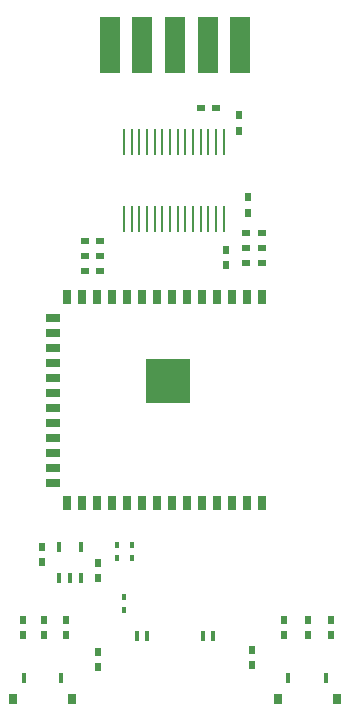
<source format=gbr>
G04 DipTrace 5.1.0.3*
G04 TopPaste.gbr*
%MOIN*%
G04 #@! TF.FileFunction,Paste,Top*
G04 #@! TF.Part,Single*
%ADD55R,0.007874X0.090551*%
%ADD57R,0.149606X0.149606*%
%ADD59R,0.051181X0.027559*%
%ADD61R,0.027559X0.051181*%
%ADD67R,0.031496X0.035433*%
%ADD69R,0.015748X0.035433*%
%ADD73R,0.070866X0.188976*%
%ADD91R,0.015748X0.037008*%
%ADD93R,0.003937X0.037008*%
%ADD95R,0.015748X0.023622*%
%ADD97R,0.027559X0.019685*%
%ADD99R,0.019685X0.027559*%
%FSLAX26Y26*%
G04*
G70*
G90*
G75*
G01*
G04 TopPaste*
%LPD*%
D99*
X1193701Y2374950D3*
Y2323769D3*
X1224951Y2049950D3*
Y2101131D3*
D97*
X1218702Y1931201D3*
X1269883D3*
X1219293Y1981790D3*
X1270474D3*
X1118701Y2399950D3*
X1067520D3*
X1218701Y1881201D3*
X1269882D3*
D99*
X724951Y831201D3*
Y882382D3*
X537451Y937450D3*
Y886269D3*
D95*
X837451Y943699D3*
Y900392D3*
X787451Y943699D3*
Y900392D3*
X812450Y724950D3*
Y768257D3*
D99*
X1424950Y643109D3*
Y694290D3*
X543701Y643110D3*
Y694291D3*
D93*
X912444Y638189D3*
X932129D3*
X951814D3*
X971499D3*
X991184D3*
X1010869D3*
X1030554D3*
X1050239D3*
D91*
X1075829D3*
X1107325D3*
X855357D3*
X886853D3*
D73*
X1199311Y2608688D3*
X1090256D3*
X981201D3*
X872146D3*
X763091D3*
D99*
X724941Y587450D3*
Y536269D3*
X1237451Y593699D3*
Y542518D3*
X618701Y694290D3*
Y643109D3*
X1343701D3*
Y694290D3*
X474950Y643110D3*
Y694291D3*
X1499951Y694290D3*
Y643109D3*
X1149951Y1874950D3*
Y1926131D3*
D97*
X731201Y1956199D3*
X680020D3*
X731201Y1906201D3*
X680020D3*
X731201Y1856199D3*
X680020D3*
D69*
X602933Y499950D3*
X476949D3*
D67*
X638366Y431052D3*
X441516D3*
D69*
X1485453Y499950D3*
X1359469D3*
D67*
X1520886Y431052D3*
X1324035D3*
D61*
X1271575Y1770538D3*
X1221575D3*
X1171575D3*
X1121575D3*
X1071575D3*
X1021575D3*
X971575D3*
X921575D3*
X871575D3*
X821575D3*
X771575D3*
X721575D3*
X671575D3*
X621575D3*
D59*
X573822Y1700723D3*
Y1650723D3*
Y1600723D3*
Y1550723D3*
Y1500723D3*
Y1450723D3*
Y1400723D3*
Y1350723D3*
Y1300723D3*
Y1250723D3*
D61*
X621614Y1081562D3*
X671614D3*
X721614D3*
X771614D3*
X821614D3*
X871614D3*
X921614D3*
X971614D3*
X1021614D3*
X1071614D3*
X1121614D3*
X1171614D3*
X1221614D3*
X1271614D3*
D57*
X959094Y1488570D3*
D59*
X573822Y1200723D3*
Y1150723D3*
D55*
X1143701Y2287450D3*
X1118110Y2287430D3*
X1092520Y2287434D3*
X1066929D3*
X1041339D3*
X1015748D3*
X990157D3*
X964567D3*
X938976D3*
X913386D3*
X887795D3*
X862205D3*
X836614D3*
X811024D3*
Y2028962D3*
X836614Y2028970D3*
X862205D3*
X887795D3*
X913386D3*
X938976D3*
X964567D3*
X990157D3*
X1015748D3*
X1041339D3*
X1066929D3*
X1092520D3*
X1118110Y2028966D3*
X1143701D3*
D69*
X593701Y831201D3*
X631102D3*
X668504D3*
Y937500D3*
X593701D3*
M02*

</source>
